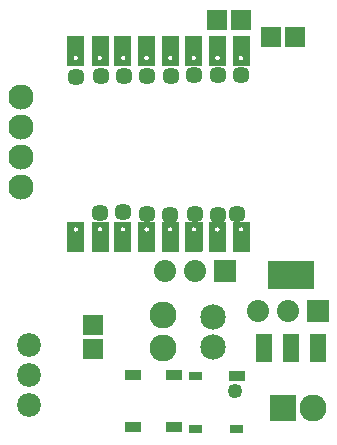
<source format=gts>
G04 MADE WITH FRITZING*
G04 WWW.FRITZING.ORG*
G04 DOUBLE SIDED*
G04 HOLES PLATED*
G04 CONTOUR ON CENTER OF CONTOUR VECTOR*
%ASAXBY*%
%FSLAX23Y23*%
%MOIN*%
%OFA0B0*%
%SFA1.0B1.0*%
%ADD10C,0.073622*%
%ADD11C,0.090000*%
%ADD12C,0.057244*%
%ADD13C,0.049370*%
%ADD14C,0.085000*%
%ADD15C,0.083889*%
%ADD16C,0.079444*%
%ADD17R,0.073622X0.073622*%
%ADD18R,0.053307X0.037559*%
%ADD19R,0.065118X0.069055*%
%ADD20R,0.069055X0.065118*%
%ADD21R,0.058000X0.098000*%
%ADD22R,0.151732X0.096614*%
%ADD23R,0.090000X0.090000*%
%ADD24C,0.030000*%
%ADD25C,0.010000*%
%ADD26R,0.001000X0.001000*%
%LNMASK1*%
G90*
G70*
G54D10*
X838Y555D03*
X738Y555D03*
X638Y555D03*
X1149Y424D03*
X1049Y424D03*
X949Y424D03*
G54D11*
X632Y300D03*
X632Y410D03*
X632Y300D03*
X632Y410D03*
G54D12*
X426Y1208D03*
G54D13*
X874Y155D03*
G54D12*
X424Y751D03*
X500Y752D03*
X579Y748D03*
X656Y743D03*
X880Y746D03*
X738Y746D03*
X816Y743D03*
X341Y1204D03*
X578Y1207D03*
X660Y1206D03*
X735Y1209D03*
X816Y1209D03*
X894Y1210D03*
X501Y1206D03*
G54D14*
X799Y304D03*
X799Y404D03*
G54D15*
X158Y835D03*
X158Y935D03*
X158Y1035D03*
X158Y1135D03*
X158Y835D03*
X158Y935D03*
X158Y1035D03*
X158Y1135D03*
G54D11*
X1031Y100D03*
X1131Y100D03*
G54D16*
X186Y109D03*
X186Y209D03*
X186Y309D03*
X186Y109D03*
X186Y209D03*
X186Y309D03*
G54D17*
X838Y555D03*
X1149Y424D03*
G54D18*
X878Y206D03*
X531Y210D03*
X669Y210D03*
X669Y35D03*
X531Y35D03*
G54D19*
X992Y1337D03*
X1073Y1337D03*
G54D20*
X399Y295D03*
X399Y376D03*
G54D19*
X811Y1392D03*
X892Y1392D03*
G54D21*
X968Y300D03*
X1059Y300D03*
X1150Y300D03*
G54D22*
X1059Y544D03*
G54D23*
X1031Y100D03*
G54D24*
G36*
X772Y332D02*
X827Y332D01*
X827Y277D01*
X772Y277D01*
X772Y332D01*
G37*
D02*
G54D25*
G36*
X719Y219D02*
X762Y219D01*
X762Y192D01*
X719Y192D01*
X719Y219D01*
G37*
D02*
G36*
X856Y44D02*
X900Y44D01*
X900Y17D01*
X856Y17D01*
X856Y44D01*
G37*
D02*
G36*
X719Y44D02*
X762Y44D01*
X762Y17D01*
X719Y17D01*
X719Y44D01*
G37*
D02*
G54D26*
X314Y1340D02*
X369Y1340D01*
X395Y1340D02*
X451Y1340D01*
X471Y1340D02*
X527Y1340D01*
X550Y1340D02*
X606Y1340D01*
X629Y1340D02*
X684Y1340D01*
X708Y1340D02*
X763Y1340D01*
X786Y1340D02*
X842Y1340D01*
X865Y1340D02*
X921Y1340D01*
X313Y1339D02*
X370Y1339D01*
X395Y1339D02*
X451Y1339D01*
X471Y1339D02*
X527Y1339D01*
X550Y1339D02*
X606Y1339D01*
X629Y1339D02*
X685Y1339D01*
X707Y1339D02*
X763Y1339D01*
X786Y1339D02*
X842Y1339D01*
X865Y1339D02*
X921Y1339D01*
X313Y1338D02*
X370Y1338D01*
X395Y1338D02*
X451Y1338D01*
X471Y1338D02*
X527Y1338D01*
X550Y1338D02*
X606Y1338D01*
X629Y1338D02*
X685Y1338D01*
X707Y1338D02*
X763Y1338D01*
X786Y1338D02*
X842Y1338D01*
X865Y1338D02*
X921Y1338D01*
X313Y1337D02*
X370Y1337D01*
X395Y1337D02*
X451Y1337D01*
X471Y1337D02*
X527Y1337D01*
X550Y1337D02*
X606Y1337D01*
X629Y1337D02*
X685Y1337D01*
X707Y1337D02*
X763Y1337D01*
X786Y1337D02*
X842Y1337D01*
X865Y1337D02*
X921Y1337D01*
X313Y1336D02*
X370Y1336D01*
X395Y1336D02*
X451Y1336D01*
X471Y1336D02*
X527Y1336D01*
X550Y1336D02*
X606Y1336D01*
X629Y1336D02*
X685Y1336D01*
X707Y1336D02*
X763Y1336D01*
X786Y1336D02*
X842Y1336D01*
X865Y1336D02*
X921Y1336D01*
X313Y1335D02*
X370Y1335D01*
X395Y1335D02*
X451Y1335D01*
X471Y1335D02*
X527Y1335D01*
X550Y1335D02*
X606Y1335D01*
X629Y1335D02*
X685Y1335D01*
X707Y1335D02*
X763Y1335D01*
X786Y1335D02*
X842Y1335D01*
X865Y1335D02*
X921Y1335D01*
X313Y1334D02*
X370Y1334D01*
X395Y1334D02*
X451Y1334D01*
X471Y1334D02*
X527Y1334D01*
X550Y1334D02*
X606Y1334D01*
X629Y1334D02*
X685Y1334D01*
X707Y1334D02*
X763Y1334D01*
X786Y1334D02*
X842Y1334D01*
X865Y1334D02*
X921Y1334D01*
X313Y1333D02*
X370Y1333D01*
X395Y1333D02*
X451Y1333D01*
X471Y1333D02*
X527Y1333D01*
X550Y1333D02*
X606Y1333D01*
X629Y1333D02*
X685Y1333D01*
X707Y1333D02*
X763Y1333D01*
X786Y1333D02*
X842Y1333D01*
X865Y1333D02*
X921Y1333D01*
X313Y1332D02*
X370Y1332D01*
X395Y1332D02*
X451Y1332D01*
X471Y1332D02*
X527Y1332D01*
X550Y1332D02*
X606Y1332D01*
X629Y1332D02*
X685Y1332D01*
X707Y1332D02*
X763Y1332D01*
X786Y1332D02*
X842Y1332D01*
X865Y1332D02*
X921Y1332D01*
X313Y1331D02*
X370Y1331D01*
X395Y1331D02*
X451Y1331D01*
X471Y1331D02*
X527Y1331D01*
X550Y1331D02*
X606Y1331D01*
X629Y1331D02*
X685Y1331D01*
X707Y1331D02*
X763Y1331D01*
X786Y1331D02*
X842Y1331D01*
X865Y1331D02*
X921Y1331D01*
X313Y1330D02*
X370Y1330D01*
X395Y1330D02*
X451Y1330D01*
X471Y1330D02*
X527Y1330D01*
X550Y1330D02*
X606Y1330D01*
X629Y1330D02*
X685Y1330D01*
X707Y1330D02*
X763Y1330D01*
X786Y1330D02*
X842Y1330D01*
X865Y1330D02*
X921Y1330D01*
X313Y1329D02*
X370Y1329D01*
X395Y1329D02*
X451Y1329D01*
X471Y1329D02*
X527Y1329D01*
X550Y1329D02*
X606Y1329D01*
X629Y1329D02*
X685Y1329D01*
X707Y1329D02*
X763Y1329D01*
X786Y1329D02*
X842Y1329D01*
X865Y1329D02*
X921Y1329D01*
X313Y1328D02*
X370Y1328D01*
X395Y1328D02*
X451Y1328D01*
X471Y1328D02*
X527Y1328D01*
X550Y1328D02*
X606Y1328D01*
X629Y1328D02*
X685Y1328D01*
X707Y1328D02*
X763Y1328D01*
X786Y1328D02*
X842Y1328D01*
X865Y1328D02*
X921Y1328D01*
X313Y1327D02*
X370Y1327D01*
X395Y1327D02*
X451Y1327D01*
X471Y1327D02*
X527Y1327D01*
X550Y1327D02*
X606Y1327D01*
X629Y1327D02*
X685Y1327D01*
X707Y1327D02*
X763Y1327D01*
X786Y1327D02*
X842Y1327D01*
X865Y1327D02*
X921Y1327D01*
X313Y1326D02*
X370Y1326D01*
X395Y1326D02*
X451Y1326D01*
X471Y1326D02*
X527Y1326D01*
X550Y1326D02*
X606Y1326D01*
X629Y1326D02*
X685Y1326D01*
X707Y1326D02*
X763Y1326D01*
X786Y1326D02*
X842Y1326D01*
X865Y1326D02*
X921Y1326D01*
X313Y1325D02*
X370Y1325D01*
X395Y1325D02*
X451Y1325D01*
X471Y1325D02*
X527Y1325D01*
X550Y1325D02*
X606Y1325D01*
X629Y1325D02*
X685Y1325D01*
X707Y1325D02*
X763Y1325D01*
X786Y1325D02*
X842Y1325D01*
X865Y1325D02*
X921Y1325D01*
X313Y1324D02*
X370Y1324D01*
X395Y1324D02*
X451Y1324D01*
X471Y1324D02*
X527Y1324D01*
X550Y1324D02*
X606Y1324D01*
X629Y1324D02*
X685Y1324D01*
X707Y1324D02*
X763Y1324D01*
X786Y1324D02*
X842Y1324D01*
X865Y1324D02*
X921Y1324D01*
X313Y1323D02*
X370Y1323D01*
X395Y1323D02*
X451Y1323D01*
X471Y1323D02*
X527Y1323D01*
X550Y1323D02*
X606Y1323D01*
X629Y1323D02*
X685Y1323D01*
X707Y1323D02*
X763Y1323D01*
X786Y1323D02*
X842Y1323D01*
X865Y1323D02*
X921Y1323D01*
X313Y1322D02*
X370Y1322D01*
X395Y1322D02*
X451Y1322D01*
X471Y1322D02*
X527Y1322D01*
X550Y1322D02*
X606Y1322D01*
X629Y1322D02*
X685Y1322D01*
X707Y1322D02*
X763Y1322D01*
X786Y1322D02*
X842Y1322D01*
X865Y1322D02*
X921Y1322D01*
X313Y1321D02*
X370Y1321D01*
X395Y1321D02*
X451Y1321D01*
X471Y1321D02*
X527Y1321D01*
X550Y1321D02*
X606Y1321D01*
X629Y1321D02*
X685Y1321D01*
X707Y1321D02*
X763Y1321D01*
X786Y1321D02*
X842Y1321D01*
X865Y1321D02*
X921Y1321D01*
X313Y1320D02*
X370Y1320D01*
X395Y1320D02*
X451Y1320D01*
X471Y1320D02*
X527Y1320D01*
X550Y1320D02*
X606Y1320D01*
X629Y1320D02*
X685Y1320D01*
X707Y1320D02*
X763Y1320D01*
X786Y1320D02*
X842Y1320D01*
X865Y1320D02*
X921Y1320D01*
X313Y1319D02*
X370Y1319D01*
X395Y1319D02*
X451Y1319D01*
X471Y1319D02*
X527Y1319D01*
X550Y1319D02*
X606Y1319D01*
X629Y1319D02*
X685Y1319D01*
X707Y1319D02*
X763Y1319D01*
X786Y1319D02*
X842Y1319D01*
X865Y1319D02*
X921Y1319D01*
X313Y1318D02*
X370Y1318D01*
X395Y1318D02*
X451Y1318D01*
X471Y1318D02*
X527Y1318D01*
X550Y1318D02*
X606Y1318D01*
X629Y1318D02*
X685Y1318D01*
X707Y1318D02*
X763Y1318D01*
X786Y1318D02*
X842Y1318D01*
X865Y1318D02*
X921Y1318D01*
X313Y1317D02*
X370Y1317D01*
X395Y1317D02*
X451Y1317D01*
X471Y1317D02*
X527Y1317D01*
X550Y1317D02*
X606Y1317D01*
X629Y1317D02*
X685Y1317D01*
X707Y1317D02*
X763Y1317D01*
X786Y1317D02*
X842Y1317D01*
X865Y1317D02*
X921Y1317D01*
X313Y1316D02*
X370Y1316D01*
X395Y1316D02*
X451Y1316D01*
X471Y1316D02*
X527Y1316D01*
X550Y1316D02*
X606Y1316D01*
X629Y1316D02*
X685Y1316D01*
X707Y1316D02*
X763Y1316D01*
X786Y1316D02*
X842Y1316D01*
X865Y1316D02*
X921Y1316D01*
X313Y1315D02*
X370Y1315D01*
X395Y1315D02*
X451Y1315D01*
X471Y1315D02*
X527Y1315D01*
X550Y1315D02*
X606Y1315D01*
X629Y1315D02*
X685Y1315D01*
X707Y1315D02*
X763Y1315D01*
X786Y1315D02*
X842Y1315D01*
X865Y1315D02*
X921Y1315D01*
X313Y1314D02*
X370Y1314D01*
X395Y1314D02*
X451Y1314D01*
X471Y1314D02*
X527Y1314D01*
X550Y1314D02*
X606Y1314D01*
X629Y1314D02*
X685Y1314D01*
X707Y1314D02*
X763Y1314D01*
X786Y1314D02*
X842Y1314D01*
X865Y1314D02*
X921Y1314D01*
X313Y1313D02*
X370Y1313D01*
X395Y1313D02*
X451Y1313D01*
X471Y1313D02*
X527Y1313D01*
X550Y1313D02*
X606Y1313D01*
X629Y1313D02*
X685Y1313D01*
X707Y1313D02*
X763Y1313D01*
X786Y1313D02*
X842Y1313D01*
X865Y1313D02*
X921Y1313D01*
X313Y1312D02*
X370Y1312D01*
X395Y1312D02*
X451Y1312D01*
X471Y1312D02*
X527Y1312D01*
X550Y1312D02*
X606Y1312D01*
X629Y1312D02*
X685Y1312D01*
X707Y1312D02*
X763Y1312D01*
X786Y1312D02*
X842Y1312D01*
X865Y1312D02*
X921Y1312D01*
X313Y1311D02*
X370Y1311D01*
X395Y1311D02*
X451Y1311D01*
X471Y1311D02*
X527Y1311D01*
X550Y1311D02*
X606Y1311D01*
X629Y1311D02*
X685Y1311D01*
X707Y1311D02*
X763Y1311D01*
X786Y1311D02*
X842Y1311D01*
X865Y1311D02*
X921Y1311D01*
X313Y1310D02*
X370Y1310D01*
X395Y1310D02*
X451Y1310D01*
X471Y1310D02*
X527Y1310D01*
X550Y1310D02*
X606Y1310D01*
X629Y1310D02*
X685Y1310D01*
X707Y1310D02*
X763Y1310D01*
X786Y1310D02*
X842Y1310D01*
X865Y1310D02*
X921Y1310D01*
X313Y1309D02*
X370Y1309D01*
X395Y1309D02*
X451Y1309D01*
X471Y1309D02*
X527Y1309D01*
X550Y1309D02*
X606Y1309D01*
X629Y1309D02*
X685Y1309D01*
X707Y1309D02*
X763Y1309D01*
X786Y1309D02*
X842Y1309D01*
X865Y1309D02*
X921Y1309D01*
X313Y1308D02*
X370Y1308D01*
X395Y1308D02*
X451Y1308D01*
X471Y1308D02*
X527Y1308D01*
X550Y1308D02*
X606Y1308D01*
X629Y1308D02*
X685Y1308D01*
X707Y1308D02*
X763Y1308D01*
X786Y1308D02*
X842Y1308D01*
X865Y1308D02*
X921Y1308D01*
X313Y1307D02*
X370Y1307D01*
X395Y1307D02*
X451Y1307D01*
X471Y1307D02*
X527Y1307D01*
X550Y1307D02*
X606Y1307D01*
X629Y1307D02*
X685Y1307D01*
X707Y1307D02*
X763Y1307D01*
X786Y1307D02*
X842Y1307D01*
X865Y1307D02*
X921Y1307D01*
X313Y1306D02*
X370Y1306D01*
X395Y1306D02*
X451Y1306D01*
X471Y1306D02*
X527Y1306D01*
X550Y1306D02*
X606Y1306D01*
X629Y1306D02*
X685Y1306D01*
X707Y1306D02*
X763Y1306D01*
X786Y1306D02*
X842Y1306D01*
X865Y1306D02*
X921Y1306D01*
X313Y1305D02*
X370Y1305D01*
X395Y1305D02*
X451Y1305D01*
X471Y1305D02*
X527Y1305D01*
X550Y1305D02*
X606Y1305D01*
X629Y1305D02*
X685Y1305D01*
X707Y1305D02*
X763Y1305D01*
X786Y1305D02*
X842Y1305D01*
X865Y1305D02*
X921Y1305D01*
X313Y1304D02*
X370Y1304D01*
X395Y1304D02*
X451Y1304D01*
X471Y1304D02*
X527Y1304D01*
X550Y1304D02*
X606Y1304D01*
X629Y1304D02*
X685Y1304D01*
X707Y1304D02*
X763Y1304D01*
X786Y1304D02*
X842Y1304D01*
X865Y1304D02*
X921Y1304D01*
X313Y1303D02*
X370Y1303D01*
X395Y1303D02*
X451Y1303D01*
X471Y1303D02*
X527Y1303D01*
X550Y1303D02*
X606Y1303D01*
X629Y1303D02*
X685Y1303D01*
X707Y1303D02*
X763Y1303D01*
X786Y1303D02*
X842Y1303D01*
X865Y1303D02*
X921Y1303D01*
X313Y1302D02*
X370Y1302D01*
X395Y1302D02*
X451Y1302D01*
X471Y1302D02*
X527Y1302D01*
X550Y1302D02*
X606Y1302D01*
X629Y1302D02*
X685Y1302D01*
X707Y1302D02*
X763Y1302D01*
X786Y1302D02*
X842Y1302D01*
X865Y1302D02*
X921Y1302D01*
X313Y1301D02*
X370Y1301D01*
X395Y1301D02*
X451Y1301D01*
X471Y1301D02*
X527Y1301D01*
X550Y1301D02*
X606Y1301D01*
X629Y1301D02*
X685Y1301D01*
X707Y1301D02*
X763Y1301D01*
X786Y1301D02*
X842Y1301D01*
X865Y1301D02*
X921Y1301D01*
X313Y1300D02*
X370Y1300D01*
X395Y1300D02*
X451Y1300D01*
X471Y1300D02*
X527Y1300D01*
X550Y1300D02*
X606Y1300D01*
X629Y1300D02*
X685Y1300D01*
X707Y1300D02*
X763Y1300D01*
X786Y1300D02*
X842Y1300D01*
X865Y1300D02*
X921Y1300D01*
X313Y1299D02*
X370Y1299D01*
X395Y1299D02*
X451Y1299D01*
X471Y1299D02*
X527Y1299D01*
X550Y1299D02*
X606Y1299D01*
X629Y1299D02*
X685Y1299D01*
X707Y1299D02*
X763Y1299D01*
X786Y1299D02*
X842Y1299D01*
X865Y1299D02*
X921Y1299D01*
X313Y1298D02*
X370Y1298D01*
X395Y1298D02*
X451Y1298D01*
X471Y1298D02*
X527Y1298D01*
X550Y1298D02*
X606Y1298D01*
X629Y1298D02*
X685Y1298D01*
X707Y1298D02*
X763Y1298D01*
X786Y1298D02*
X842Y1298D01*
X865Y1298D02*
X921Y1298D01*
X313Y1297D02*
X370Y1297D01*
X395Y1297D02*
X451Y1297D01*
X471Y1297D02*
X527Y1297D01*
X550Y1297D02*
X606Y1297D01*
X629Y1297D02*
X685Y1297D01*
X707Y1297D02*
X763Y1297D01*
X786Y1297D02*
X842Y1297D01*
X865Y1297D02*
X921Y1297D01*
X313Y1296D02*
X370Y1296D01*
X395Y1296D02*
X451Y1296D01*
X471Y1296D02*
X527Y1296D01*
X550Y1296D02*
X606Y1296D01*
X629Y1296D02*
X685Y1296D01*
X707Y1296D02*
X763Y1296D01*
X786Y1296D02*
X842Y1296D01*
X865Y1296D02*
X921Y1296D01*
X313Y1295D02*
X370Y1295D01*
X395Y1295D02*
X451Y1295D01*
X471Y1295D02*
X527Y1295D01*
X550Y1295D02*
X606Y1295D01*
X629Y1295D02*
X685Y1295D01*
X707Y1295D02*
X763Y1295D01*
X786Y1295D02*
X842Y1295D01*
X865Y1295D02*
X921Y1295D01*
X313Y1294D02*
X370Y1294D01*
X395Y1294D02*
X451Y1294D01*
X471Y1294D02*
X527Y1294D01*
X550Y1294D02*
X606Y1294D01*
X629Y1294D02*
X685Y1294D01*
X707Y1294D02*
X763Y1294D01*
X786Y1294D02*
X842Y1294D01*
X865Y1294D02*
X921Y1294D01*
X313Y1293D02*
X370Y1293D01*
X395Y1293D02*
X451Y1293D01*
X471Y1293D02*
X527Y1293D01*
X550Y1293D02*
X606Y1293D01*
X629Y1293D02*
X685Y1293D01*
X707Y1293D02*
X763Y1293D01*
X786Y1293D02*
X842Y1293D01*
X865Y1293D02*
X921Y1293D01*
X313Y1292D02*
X370Y1292D01*
X395Y1292D02*
X451Y1292D01*
X471Y1292D02*
X527Y1292D01*
X550Y1292D02*
X606Y1292D01*
X629Y1292D02*
X685Y1292D01*
X707Y1292D02*
X763Y1292D01*
X786Y1292D02*
X842Y1292D01*
X865Y1292D02*
X921Y1292D01*
X313Y1291D02*
X370Y1291D01*
X395Y1291D02*
X451Y1291D01*
X471Y1291D02*
X527Y1291D01*
X550Y1291D02*
X606Y1291D01*
X629Y1291D02*
X685Y1291D01*
X707Y1291D02*
X763Y1291D01*
X786Y1291D02*
X842Y1291D01*
X865Y1291D02*
X921Y1291D01*
X313Y1290D02*
X370Y1290D01*
X395Y1290D02*
X451Y1290D01*
X471Y1290D02*
X527Y1290D01*
X550Y1290D02*
X606Y1290D01*
X629Y1290D02*
X685Y1290D01*
X707Y1290D02*
X763Y1290D01*
X786Y1290D02*
X842Y1290D01*
X865Y1290D02*
X921Y1290D01*
X313Y1289D02*
X370Y1289D01*
X395Y1289D02*
X451Y1289D01*
X471Y1289D02*
X527Y1289D01*
X550Y1289D02*
X606Y1289D01*
X629Y1289D02*
X685Y1289D01*
X707Y1289D02*
X763Y1289D01*
X786Y1289D02*
X842Y1289D01*
X865Y1289D02*
X921Y1289D01*
X313Y1288D02*
X370Y1288D01*
X395Y1288D02*
X451Y1288D01*
X471Y1288D02*
X527Y1288D01*
X550Y1288D02*
X606Y1288D01*
X629Y1288D02*
X685Y1288D01*
X707Y1288D02*
X763Y1288D01*
X786Y1288D02*
X842Y1288D01*
X865Y1288D02*
X921Y1288D01*
X313Y1287D02*
X370Y1287D01*
X395Y1287D02*
X451Y1287D01*
X471Y1287D02*
X527Y1287D01*
X550Y1287D02*
X606Y1287D01*
X629Y1287D02*
X685Y1287D01*
X707Y1287D02*
X763Y1287D01*
X786Y1287D02*
X842Y1287D01*
X865Y1287D02*
X921Y1287D01*
X313Y1286D02*
X370Y1286D01*
X395Y1286D02*
X451Y1286D01*
X471Y1286D02*
X527Y1286D01*
X550Y1286D02*
X606Y1286D01*
X629Y1286D02*
X685Y1286D01*
X707Y1286D02*
X763Y1286D01*
X786Y1286D02*
X842Y1286D01*
X865Y1286D02*
X921Y1286D01*
X313Y1285D02*
X370Y1285D01*
X395Y1285D02*
X451Y1285D01*
X471Y1285D02*
X527Y1285D01*
X550Y1285D02*
X606Y1285D01*
X629Y1285D02*
X685Y1285D01*
X707Y1285D02*
X763Y1285D01*
X786Y1285D02*
X842Y1285D01*
X865Y1285D02*
X921Y1285D01*
X313Y1284D02*
X370Y1284D01*
X395Y1284D02*
X451Y1284D01*
X471Y1284D02*
X527Y1284D01*
X550Y1284D02*
X606Y1284D01*
X629Y1284D02*
X685Y1284D01*
X707Y1284D02*
X763Y1284D01*
X786Y1284D02*
X842Y1284D01*
X865Y1284D02*
X921Y1284D01*
X313Y1283D02*
X370Y1283D01*
X395Y1283D02*
X451Y1283D01*
X471Y1283D02*
X527Y1283D01*
X550Y1283D02*
X606Y1283D01*
X629Y1283D02*
X685Y1283D01*
X707Y1283D02*
X763Y1283D01*
X786Y1283D02*
X842Y1283D01*
X865Y1283D02*
X921Y1283D01*
X313Y1282D02*
X370Y1282D01*
X395Y1282D02*
X451Y1282D01*
X471Y1282D02*
X527Y1282D01*
X550Y1282D02*
X606Y1282D01*
X629Y1282D02*
X685Y1282D01*
X707Y1282D02*
X763Y1282D01*
X786Y1282D02*
X842Y1282D01*
X865Y1282D02*
X921Y1282D01*
X313Y1281D02*
X370Y1281D01*
X395Y1281D02*
X451Y1281D01*
X471Y1281D02*
X527Y1281D01*
X550Y1281D02*
X606Y1281D01*
X629Y1281D02*
X685Y1281D01*
X707Y1281D02*
X763Y1281D01*
X786Y1281D02*
X842Y1281D01*
X865Y1281D02*
X921Y1281D01*
X313Y1280D02*
X370Y1280D01*
X395Y1280D02*
X451Y1280D01*
X471Y1280D02*
X527Y1280D01*
X550Y1280D02*
X606Y1280D01*
X629Y1280D02*
X685Y1280D01*
X707Y1280D02*
X763Y1280D01*
X786Y1280D02*
X842Y1280D01*
X865Y1280D02*
X921Y1280D01*
X313Y1279D02*
X370Y1279D01*
X395Y1279D02*
X451Y1279D01*
X471Y1279D02*
X527Y1279D01*
X550Y1279D02*
X606Y1279D01*
X629Y1279D02*
X685Y1279D01*
X707Y1279D02*
X763Y1279D01*
X786Y1279D02*
X842Y1279D01*
X865Y1279D02*
X921Y1279D01*
X313Y1278D02*
X370Y1278D01*
X395Y1278D02*
X451Y1278D01*
X471Y1278D02*
X527Y1278D01*
X550Y1278D02*
X606Y1278D01*
X629Y1278D02*
X685Y1278D01*
X707Y1278D02*
X763Y1278D01*
X786Y1278D02*
X842Y1278D01*
X865Y1278D02*
X921Y1278D01*
X313Y1277D02*
X370Y1277D01*
X395Y1277D02*
X451Y1277D01*
X471Y1277D02*
X527Y1277D01*
X550Y1277D02*
X606Y1277D01*
X629Y1277D02*
X685Y1277D01*
X707Y1277D02*
X763Y1277D01*
X786Y1277D02*
X842Y1277D01*
X865Y1277D02*
X921Y1277D01*
X313Y1276D02*
X370Y1276D01*
X395Y1276D02*
X451Y1276D01*
X471Y1276D02*
X527Y1276D01*
X550Y1276D02*
X606Y1276D01*
X629Y1276D02*
X685Y1276D01*
X707Y1276D02*
X763Y1276D01*
X786Y1276D02*
X842Y1276D01*
X865Y1276D02*
X921Y1276D01*
X313Y1275D02*
X370Y1275D01*
X395Y1275D02*
X451Y1275D01*
X471Y1275D02*
X527Y1275D01*
X550Y1275D02*
X606Y1275D01*
X629Y1275D02*
X685Y1275D01*
X707Y1275D02*
X763Y1275D01*
X786Y1275D02*
X842Y1275D01*
X865Y1275D02*
X921Y1275D01*
X313Y1274D02*
X370Y1274D01*
X395Y1274D02*
X421Y1274D01*
X424Y1274D02*
X451Y1274D01*
X471Y1274D02*
X497Y1274D01*
X501Y1274D02*
X527Y1274D01*
X550Y1274D02*
X577Y1274D01*
X579Y1274D02*
X606Y1274D01*
X629Y1274D02*
X685Y1274D01*
X707Y1274D02*
X763Y1274D01*
X786Y1274D02*
X812Y1274D01*
X816Y1274D02*
X842Y1274D01*
X865Y1274D02*
X891Y1274D01*
X895Y1274D02*
X921Y1274D01*
X313Y1273D02*
X337Y1273D01*
X346Y1273D02*
X370Y1273D01*
X395Y1273D02*
X418Y1273D01*
X427Y1273D02*
X451Y1273D01*
X471Y1273D02*
X495Y1273D01*
X504Y1273D02*
X527Y1273D01*
X550Y1273D02*
X574Y1273D01*
X582Y1273D02*
X606Y1273D01*
X629Y1273D02*
X652Y1273D01*
X661Y1273D02*
X685Y1273D01*
X707Y1273D02*
X731Y1273D01*
X740Y1273D02*
X763Y1273D01*
X786Y1273D02*
X810Y1273D01*
X818Y1273D02*
X842Y1273D01*
X865Y1273D02*
X889Y1273D01*
X897Y1273D02*
X921Y1273D01*
X313Y1272D02*
X336Y1272D01*
X347Y1272D02*
X370Y1272D01*
X395Y1272D02*
X417Y1272D01*
X428Y1272D02*
X451Y1272D01*
X471Y1272D02*
X494Y1272D01*
X505Y1272D02*
X527Y1272D01*
X550Y1272D02*
X572Y1272D01*
X583Y1272D02*
X606Y1272D01*
X629Y1272D02*
X651Y1272D01*
X662Y1272D02*
X685Y1272D01*
X707Y1272D02*
X730Y1272D01*
X741Y1272D02*
X763Y1272D01*
X786Y1272D02*
X809Y1272D01*
X820Y1272D02*
X842Y1272D01*
X865Y1272D02*
X887Y1272D01*
X898Y1272D02*
X921Y1272D01*
X313Y1271D02*
X335Y1271D01*
X348Y1271D02*
X370Y1271D01*
X395Y1271D02*
X416Y1271D01*
X429Y1271D02*
X451Y1271D01*
X471Y1271D02*
X493Y1271D01*
X506Y1271D02*
X527Y1271D01*
X550Y1271D02*
X571Y1271D01*
X584Y1271D02*
X606Y1271D01*
X629Y1271D02*
X650Y1271D01*
X663Y1271D02*
X685Y1271D01*
X707Y1271D02*
X729Y1271D01*
X742Y1271D02*
X763Y1271D01*
X786Y1271D02*
X808Y1271D01*
X820Y1271D02*
X842Y1271D01*
X865Y1271D02*
X887Y1271D01*
X899Y1271D02*
X921Y1271D01*
X313Y1270D02*
X335Y1270D01*
X349Y1270D02*
X370Y1270D01*
X395Y1270D02*
X416Y1270D01*
X430Y1270D02*
X451Y1270D01*
X471Y1270D02*
X492Y1270D01*
X506Y1270D02*
X527Y1270D01*
X550Y1270D02*
X571Y1270D01*
X585Y1270D02*
X606Y1270D01*
X629Y1270D02*
X650Y1270D01*
X664Y1270D02*
X685Y1270D01*
X707Y1270D02*
X728Y1270D01*
X742Y1270D02*
X763Y1270D01*
X786Y1270D02*
X807Y1270D01*
X821Y1270D02*
X842Y1270D01*
X865Y1270D02*
X886Y1270D01*
X900Y1270D02*
X921Y1270D01*
X313Y1269D02*
X334Y1269D01*
X349Y1269D02*
X370Y1269D01*
X395Y1269D02*
X415Y1269D01*
X430Y1269D02*
X451Y1269D01*
X471Y1269D02*
X492Y1269D01*
X507Y1269D02*
X527Y1269D01*
X550Y1269D02*
X570Y1269D01*
X585Y1269D02*
X606Y1269D01*
X629Y1269D02*
X649Y1269D01*
X664Y1269D02*
X685Y1269D01*
X707Y1269D02*
X728Y1269D01*
X743Y1269D02*
X763Y1269D01*
X786Y1269D02*
X807Y1269D01*
X821Y1269D02*
X842Y1269D01*
X865Y1269D02*
X886Y1269D01*
X900Y1269D02*
X921Y1269D01*
X313Y1268D02*
X334Y1268D01*
X349Y1268D02*
X370Y1268D01*
X395Y1268D02*
X415Y1268D01*
X430Y1268D02*
X451Y1268D01*
X471Y1268D02*
X492Y1268D01*
X507Y1268D02*
X527Y1268D01*
X550Y1268D02*
X570Y1268D01*
X585Y1268D02*
X606Y1268D01*
X629Y1268D02*
X649Y1268D01*
X664Y1268D02*
X685Y1268D01*
X707Y1268D02*
X728Y1268D01*
X743Y1268D02*
X763Y1268D01*
X786Y1268D02*
X806Y1268D01*
X822Y1268D02*
X842Y1268D01*
X865Y1268D02*
X885Y1268D01*
X901Y1268D02*
X921Y1268D01*
X313Y1267D02*
X334Y1267D01*
X349Y1267D02*
X370Y1267D01*
X395Y1267D02*
X415Y1267D01*
X430Y1267D02*
X451Y1267D01*
X471Y1267D02*
X492Y1267D01*
X507Y1267D02*
X527Y1267D01*
X550Y1267D02*
X570Y1267D01*
X585Y1267D02*
X606Y1267D01*
X629Y1267D02*
X649Y1267D01*
X664Y1267D02*
X685Y1267D01*
X707Y1267D02*
X728Y1267D01*
X743Y1267D02*
X763Y1267D01*
X786Y1267D02*
X806Y1267D01*
X822Y1267D02*
X842Y1267D01*
X865Y1267D02*
X885Y1267D01*
X901Y1267D02*
X921Y1267D01*
X313Y1266D02*
X334Y1266D01*
X349Y1266D02*
X370Y1266D01*
X395Y1266D02*
X415Y1266D01*
X430Y1266D02*
X451Y1266D01*
X471Y1266D02*
X492Y1266D01*
X507Y1266D02*
X527Y1266D01*
X550Y1266D02*
X570Y1266D01*
X585Y1266D02*
X606Y1266D01*
X629Y1266D02*
X649Y1266D01*
X664Y1266D02*
X685Y1266D01*
X707Y1266D02*
X728Y1266D01*
X743Y1266D02*
X763Y1266D01*
X786Y1266D02*
X806Y1266D01*
X822Y1266D02*
X842Y1266D01*
X865Y1266D02*
X885Y1266D01*
X901Y1266D02*
X921Y1266D01*
X313Y1265D02*
X334Y1265D01*
X349Y1265D02*
X370Y1265D01*
X395Y1265D02*
X415Y1265D01*
X430Y1265D02*
X451Y1265D01*
X471Y1265D02*
X492Y1265D01*
X507Y1265D02*
X527Y1265D01*
X550Y1265D02*
X570Y1265D01*
X585Y1265D02*
X606Y1265D01*
X629Y1265D02*
X649Y1265D01*
X664Y1265D02*
X685Y1265D01*
X707Y1265D02*
X728Y1265D01*
X743Y1265D02*
X763Y1265D01*
X786Y1265D02*
X807Y1265D01*
X822Y1265D02*
X842Y1265D01*
X865Y1265D02*
X885Y1265D01*
X900Y1265D02*
X921Y1265D01*
X313Y1264D02*
X335Y1264D01*
X349Y1264D02*
X370Y1264D01*
X395Y1264D02*
X416Y1264D01*
X430Y1264D02*
X451Y1264D01*
X471Y1264D02*
X492Y1264D01*
X506Y1264D02*
X527Y1264D01*
X550Y1264D02*
X571Y1264D01*
X585Y1264D02*
X606Y1264D01*
X629Y1264D02*
X650Y1264D01*
X664Y1264D02*
X685Y1264D01*
X707Y1264D02*
X728Y1264D01*
X742Y1264D02*
X763Y1264D01*
X786Y1264D02*
X807Y1264D01*
X821Y1264D02*
X842Y1264D01*
X865Y1264D02*
X886Y1264D01*
X900Y1264D02*
X921Y1264D01*
X313Y1263D02*
X335Y1263D01*
X348Y1263D02*
X370Y1263D01*
X395Y1263D02*
X416Y1263D01*
X429Y1263D02*
X451Y1263D01*
X471Y1263D02*
X493Y1263D01*
X506Y1263D02*
X527Y1263D01*
X550Y1263D02*
X571Y1263D01*
X584Y1263D02*
X606Y1263D01*
X629Y1263D02*
X650Y1263D01*
X663Y1263D02*
X685Y1263D01*
X707Y1263D02*
X729Y1263D01*
X742Y1263D02*
X763Y1263D01*
X786Y1263D02*
X808Y1263D01*
X821Y1263D02*
X842Y1263D01*
X865Y1263D02*
X886Y1263D01*
X899Y1263D02*
X921Y1263D01*
X313Y1262D02*
X336Y1262D01*
X347Y1262D02*
X370Y1262D01*
X395Y1262D02*
X417Y1262D01*
X428Y1262D02*
X451Y1262D01*
X471Y1262D02*
X494Y1262D01*
X505Y1262D02*
X527Y1262D01*
X550Y1262D02*
X572Y1262D01*
X584Y1262D02*
X606Y1262D01*
X629Y1262D02*
X651Y1262D01*
X662Y1262D02*
X685Y1262D01*
X707Y1262D02*
X730Y1262D01*
X741Y1262D02*
X763Y1262D01*
X786Y1262D02*
X808Y1262D01*
X820Y1262D02*
X842Y1262D01*
X865Y1262D02*
X887Y1262D01*
X899Y1262D02*
X921Y1262D01*
X313Y1261D02*
X337Y1261D01*
X346Y1261D02*
X370Y1261D01*
X395Y1261D02*
X418Y1261D01*
X427Y1261D02*
X451Y1261D01*
X471Y1261D02*
X495Y1261D01*
X504Y1261D02*
X527Y1261D01*
X550Y1261D02*
X573Y1261D01*
X582Y1261D02*
X606Y1261D01*
X629Y1261D02*
X652Y1261D01*
X661Y1261D02*
X685Y1261D01*
X707Y1261D02*
X731Y1261D01*
X740Y1261D02*
X763Y1261D01*
X786Y1261D02*
X810Y1261D01*
X819Y1261D02*
X842Y1261D01*
X865Y1261D02*
X888Y1261D01*
X897Y1261D02*
X921Y1261D01*
X313Y1260D02*
X339Y1260D01*
X344Y1260D02*
X370Y1260D01*
X395Y1260D02*
X420Y1260D01*
X425Y1260D02*
X451Y1260D01*
X471Y1260D02*
X497Y1260D01*
X501Y1260D02*
X527Y1260D01*
X550Y1260D02*
X575Y1260D01*
X580Y1260D02*
X606Y1260D01*
X629Y1260D02*
X654Y1260D01*
X659Y1260D02*
X685Y1260D01*
X707Y1260D02*
X733Y1260D01*
X738Y1260D02*
X763Y1260D01*
X786Y1260D02*
X812Y1260D01*
X816Y1260D02*
X842Y1260D01*
X865Y1260D02*
X891Y1260D01*
X895Y1260D02*
X921Y1260D01*
X313Y1259D02*
X370Y1259D01*
X395Y1259D02*
X451Y1259D01*
X471Y1259D02*
X527Y1259D01*
X550Y1259D02*
X606Y1259D01*
X629Y1259D02*
X685Y1259D01*
X707Y1259D02*
X763Y1259D01*
X786Y1259D02*
X842Y1259D01*
X865Y1259D02*
X921Y1259D01*
X313Y1258D02*
X370Y1258D01*
X395Y1258D02*
X451Y1258D01*
X471Y1258D02*
X527Y1258D01*
X550Y1258D02*
X606Y1258D01*
X629Y1258D02*
X685Y1258D01*
X707Y1258D02*
X763Y1258D01*
X786Y1258D02*
X842Y1258D01*
X865Y1258D02*
X921Y1258D01*
X313Y1257D02*
X370Y1257D01*
X395Y1257D02*
X451Y1257D01*
X471Y1257D02*
X527Y1257D01*
X550Y1257D02*
X606Y1257D01*
X629Y1257D02*
X685Y1257D01*
X707Y1257D02*
X763Y1257D01*
X786Y1257D02*
X842Y1257D01*
X865Y1257D02*
X921Y1257D01*
X313Y1256D02*
X370Y1256D01*
X395Y1256D02*
X451Y1256D01*
X471Y1256D02*
X527Y1256D01*
X550Y1256D02*
X606Y1256D01*
X629Y1256D02*
X685Y1256D01*
X707Y1256D02*
X763Y1256D01*
X786Y1256D02*
X842Y1256D01*
X865Y1256D02*
X921Y1256D01*
X313Y1255D02*
X370Y1255D01*
X395Y1255D02*
X451Y1255D01*
X471Y1255D02*
X527Y1255D01*
X550Y1255D02*
X606Y1255D01*
X629Y1255D02*
X685Y1255D01*
X707Y1255D02*
X763Y1255D01*
X786Y1255D02*
X842Y1255D01*
X865Y1255D02*
X921Y1255D01*
X313Y1254D02*
X370Y1254D01*
X395Y1254D02*
X451Y1254D01*
X471Y1254D02*
X527Y1254D01*
X550Y1254D02*
X606Y1254D01*
X629Y1254D02*
X685Y1254D01*
X707Y1254D02*
X763Y1254D01*
X786Y1254D02*
X842Y1254D01*
X865Y1254D02*
X921Y1254D01*
X313Y1253D02*
X370Y1253D01*
X395Y1253D02*
X451Y1253D01*
X471Y1253D02*
X527Y1253D01*
X550Y1253D02*
X606Y1253D01*
X629Y1253D02*
X685Y1253D01*
X707Y1253D02*
X763Y1253D01*
X786Y1253D02*
X842Y1253D01*
X865Y1253D02*
X921Y1253D01*
X313Y1252D02*
X370Y1252D01*
X395Y1252D02*
X451Y1252D01*
X471Y1252D02*
X527Y1252D01*
X550Y1252D02*
X606Y1252D01*
X629Y1252D02*
X685Y1252D01*
X707Y1252D02*
X763Y1252D01*
X786Y1252D02*
X842Y1252D01*
X865Y1252D02*
X921Y1252D01*
X313Y1251D02*
X370Y1251D01*
X395Y1251D02*
X451Y1251D01*
X471Y1251D02*
X527Y1251D01*
X550Y1251D02*
X606Y1251D01*
X629Y1251D02*
X685Y1251D01*
X707Y1251D02*
X763Y1251D01*
X786Y1251D02*
X842Y1251D01*
X865Y1251D02*
X921Y1251D01*
X313Y1250D02*
X370Y1250D01*
X395Y1250D02*
X451Y1250D01*
X471Y1250D02*
X527Y1250D01*
X550Y1250D02*
X606Y1250D01*
X629Y1250D02*
X685Y1250D01*
X707Y1250D02*
X763Y1250D01*
X786Y1250D02*
X842Y1250D01*
X865Y1250D02*
X921Y1250D01*
X313Y1249D02*
X370Y1249D01*
X395Y1249D02*
X451Y1249D01*
X471Y1249D02*
X527Y1249D01*
X550Y1249D02*
X606Y1249D01*
X629Y1249D02*
X685Y1249D01*
X707Y1249D02*
X763Y1249D01*
X786Y1249D02*
X842Y1249D01*
X865Y1249D02*
X921Y1249D01*
X313Y1248D02*
X370Y1248D01*
X395Y1248D02*
X451Y1248D01*
X471Y1248D02*
X527Y1248D01*
X550Y1248D02*
X606Y1248D01*
X629Y1248D02*
X685Y1248D01*
X707Y1248D02*
X763Y1248D01*
X786Y1248D02*
X842Y1248D01*
X865Y1248D02*
X921Y1248D01*
X313Y1247D02*
X370Y1247D01*
X395Y1247D02*
X451Y1247D01*
X471Y1247D02*
X527Y1247D01*
X550Y1247D02*
X606Y1247D01*
X629Y1247D02*
X685Y1247D01*
X707Y1247D02*
X763Y1247D01*
X786Y1247D02*
X842Y1247D01*
X865Y1247D02*
X921Y1247D01*
X313Y1246D02*
X370Y1246D01*
X395Y1246D02*
X451Y1246D01*
X471Y1246D02*
X527Y1246D01*
X550Y1246D02*
X606Y1246D01*
X629Y1246D02*
X685Y1246D01*
X707Y1246D02*
X763Y1246D01*
X786Y1246D02*
X842Y1246D01*
X865Y1246D02*
X921Y1246D01*
X313Y1245D02*
X370Y1245D01*
X395Y1245D02*
X451Y1245D01*
X471Y1245D02*
X527Y1245D01*
X550Y1245D02*
X606Y1245D01*
X629Y1245D02*
X685Y1245D01*
X707Y1245D02*
X763Y1245D01*
X786Y1245D02*
X842Y1245D01*
X865Y1245D02*
X921Y1245D01*
X313Y1244D02*
X370Y1244D01*
X395Y1244D02*
X451Y1244D01*
X471Y1244D02*
X527Y1244D01*
X550Y1244D02*
X606Y1244D01*
X629Y1244D02*
X685Y1244D01*
X707Y1244D02*
X763Y1244D01*
X786Y1244D02*
X842Y1244D01*
X865Y1244D02*
X921Y1244D01*
X313Y1243D02*
X370Y1243D01*
X395Y1243D02*
X451Y1243D01*
X471Y1243D02*
X527Y1243D01*
X550Y1243D02*
X606Y1243D01*
X629Y1243D02*
X685Y1243D01*
X707Y1243D02*
X763Y1243D01*
X786Y1243D02*
X842Y1243D01*
X865Y1243D02*
X921Y1243D01*
X314Y1242D02*
X370Y1242D01*
X395Y1242D02*
X451Y1242D01*
X471Y1242D02*
X527Y1242D01*
X550Y1242D02*
X606Y1242D01*
X629Y1242D02*
X685Y1242D01*
X707Y1242D02*
X763Y1242D01*
X786Y1242D02*
X842Y1242D01*
X865Y1242D02*
X921Y1242D01*
X314Y720D02*
X370Y720D01*
X395Y720D02*
X451Y720D01*
X471Y720D02*
X527Y720D01*
X550Y720D02*
X606Y720D01*
X629Y720D02*
X685Y720D01*
X707Y720D02*
X763Y720D01*
X786Y720D02*
X842Y720D01*
X865Y720D02*
X921Y720D01*
X314Y719D02*
X370Y719D01*
X395Y719D02*
X451Y719D01*
X471Y719D02*
X527Y719D01*
X550Y719D02*
X606Y719D01*
X629Y719D02*
X685Y719D01*
X707Y719D02*
X764Y719D01*
X786Y719D02*
X842Y719D01*
X865Y719D02*
X921Y719D01*
X314Y718D02*
X370Y718D01*
X395Y718D02*
X451Y718D01*
X471Y718D02*
X527Y718D01*
X550Y718D02*
X606Y718D01*
X629Y718D02*
X685Y718D01*
X707Y718D02*
X764Y718D01*
X786Y718D02*
X842Y718D01*
X865Y718D02*
X921Y718D01*
X314Y717D02*
X370Y717D01*
X395Y717D02*
X451Y717D01*
X471Y717D02*
X527Y717D01*
X550Y717D02*
X606Y717D01*
X629Y717D02*
X685Y717D01*
X707Y717D02*
X764Y717D01*
X786Y717D02*
X842Y717D01*
X865Y717D02*
X921Y717D01*
X314Y716D02*
X370Y716D01*
X395Y716D02*
X451Y716D01*
X471Y716D02*
X527Y716D01*
X550Y716D02*
X606Y716D01*
X629Y716D02*
X685Y716D01*
X707Y716D02*
X764Y716D01*
X786Y716D02*
X842Y716D01*
X865Y716D02*
X921Y716D01*
X314Y715D02*
X370Y715D01*
X395Y715D02*
X451Y715D01*
X471Y715D02*
X527Y715D01*
X550Y715D02*
X606Y715D01*
X629Y715D02*
X685Y715D01*
X707Y715D02*
X764Y715D01*
X786Y715D02*
X842Y715D01*
X865Y715D02*
X921Y715D01*
X314Y714D02*
X370Y714D01*
X395Y714D02*
X451Y714D01*
X471Y714D02*
X527Y714D01*
X550Y714D02*
X606Y714D01*
X629Y714D02*
X685Y714D01*
X707Y714D02*
X764Y714D01*
X786Y714D02*
X842Y714D01*
X865Y714D02*
X921Y714D01*
X314Y713D02*
X370Y713D01*
X395Y713D02*
X451Y713D01*
X471Y713D02*
X527Y713D01*
X550Y713D02*
X606Y713D01*
X629Y713D02*
X685Y713D01*
X707Y713D02*
X764Y713D01*
X786Y713D02*
X842Y713D01*
X865Y713D02*
X921Y713D01*
X314Y712D02*
X370Y712D01*
X395Y712D02*
X451Y712D01*
X471Y712D02*
X527Y712D01*
X550Y712D02*
X606Y712D01*
X629Y712D02*
X685Y712D01*
X707Y712D02*
X764Y712D01*
X786Y712D02*
X842Y712D01*
X865Y712D02*
X921Y712D01*
X314Y711D02*
X370Y711D01*
X395Y711D02*
X451Y711D01*
X471Y711D02*
X527Y711D01*
X550Y711D02*
X606Y711D01*
X629Y711D02*
X685Y711D01*
X707Y711D02*
X764Y711D01*
X786Y711D02*
X842Y711D01*
X865Y711D02*
X921Y711D01*
X314Y710D02*
X370Y710D01*
X395Y710D02*
X451Y710D01*
X471Y710D02*
X527Y710D01*
X550Y710D02*
X606Y710D01*
X629Y710D02*
X685Y710D01*
X707Y710D02*
X764Y710D01*
X786Y710D02*
X842Y710D01*
X865Y710D02*
X921Y710D01*
X314Y709D02*
X370Y709D01*
X395Y709D02*
X451Y709D01*
X471Y709D02*
X527Y709D01*
X550Y709D02*
X606Y709D01*
X629Y709D02*
X685Y709D01*
X707Y709D02*
X764Y709D01*
X786Y709D02*
X842Y709D01*
X865Y709D02*
X921Y709D01*
X314Y708D02*
X370Y708D01*
X395Y708D02*
X451Y708D01*
X471Y708D02*
X527Y708D01*
X550Y708D02*
X606Y708D01*
X629Y708D02*
X685Y708D01*
X707Y708D02*
X764Y708D01*
X786Y708D02*
X842Y708D01*
X865Y708D02*
X921Y708D01*
X314Y707D02*
X370Y707D01*
X395Y707D02*
X451Y707D01*
X471Y707D02*
X527Y707D01*
X550Y707D02*
X606Y707D01*
X629Y707D02*
X685Y707D01*
X707Y707D02*
X764Y707D01*
X786Y707D02*
X842Y707D01*
X865Y707D02*
X921Y707D01*
X314Y706D02*
X370Y706D01*
X395Y706D02*
X451Y706D01*
X471Y706D02*
X527Y706D01*
X550Y706D02*
X606Y706D01*
X629Y706D02*
X685Y706D01*
X707Y706D02*
X764Y706D01*
X786Y706D02*
X842Y706D01*
X865Y706D02*
X921Y706D01*
X314Y705D02*
X370Y705D01*
X395Y705D02*
X451Y705D01*
X471Y705D02*
X527Y705D01*
X550Y705D02*
X606Y705D01*
X629Y705D02*
X685Y705D01*
X707Y705D02*
X764Y705D01*
X786Y705D02*
X842Y705D01*
X865Y705D02*
X921Y705D01*
X314Y704D02*
X370Y704D01*
X395Y704D02*
X451Y704D01*
X471Y704D02*
X527Y704D01*
X550Y704D02*
X606Y704D01*
X629Y704D02*
X685Y704D01*
X707Y704D02*
X764Y704D01*
X786Y704D02*
X842Y704D01*
X865Y704D02*
X921Y704D01*
X314Y703D02*
X370Y703D01*
X395Y703D02*
X451Y703D01*
X471Y703D02*
X527Y703D01*
X550Y703D02*
X606Y703D01*
X629Y703D02*
X685Y703D01*
X707Y703D02*
X764Y703D01*
X786Y703D02*
X842Y703D01*
X865Y703D02*
X921Y703D01*
X314Y702D02*
X339Y702D01*
X344Y702D02*
X370Y702D01*
X395Y702D02*
X420Y702D01*
X425Y702D02*
X451Y702D01*
X471Y702D02*
X497Y702D01*
X501Y702D02*
X527Y702D01*
X550Y702D02*
X576Y702D01*
X580Y702D02*
X606Y702D01*
X629Y702D02*
X654Y702D01*
X659Y702D02*
X685Y702D01*
X707Y702D02*
X733Y702D01*
X738Y702D02*
X764Y702D01*
X786Y702D02*
X812Y702D01*
X816Y702D02*
X842Y702D01*
X865Y702D02*
X891Y702D01*
X895Y702D02*
X921Y702D01*
X314Y701D02*
X337Y701D01*
X346Y701D02*
X370Y701D01*
X395Y701D02*
X418Y701D01*
X427Y701D02*
X451Y701D01*
X471Y701D02*
X495Y701D01*
X504Y701D02*
X527Y701D01*
X550Y701D02*
X573Y701D01*
X582Y701D02*
X606Y701D01*
X629Y701D02*
X652Y701D01*
X661Y701D02*
X685Y701D01*
X707Y701D02*
X731Y701D01*
X740Y701D02*
X764Y701D01*
X786Y701D02*
X810Y701D01*
X819Y701D02*
X842Y701D01*
X865Y701D02*
X888Y701D01*
X897Y701D02*
X921Y701D01*
X314Y700D02*
X336Y700D01*
X347Y700D02*
X370Y700D01*
X395Y700D02*
X417Y700D01*
X428Y700D02*
X451Y700D01*
X471Y700D02*
X494Y700D01*
X505Y700D02*
X527Y700D01*
X550Y700D02*
X572Y700D01*
X584Y700D02*
X606Y700D01*
X629Y700D02*
X651Y700D01*
X662Y700D02*
X685Y700D01*
X707Y700D02*
X730Y700D01*
X741Y700D02*
X764Y700D01*
X786Y700D02*
X809Y700D01*
X820Y700D02*
X842Y700D01*
X865Y700D02*
X887Y700D01*
X899Y700D02*
X921Y700D01*
X314Y699D02*
X335Y699D01*
X348Y699D02*
X370Y699D01*
X395Y699D02*
X416Y699D01*
X429Y699D02*
X451Y699D01*
X471Y699D02*
X493Y699D01*
X506Y699D02*
X527Y699D01*
X550Y699D02*
X571Y699D01*
X584Y699D02*
X606Y699D01*
X629Y699D02*
X650Y699D01*
X663Y699D02*
X685Y699D01*
X707Y699D02*
X729Y699D01*
X742Y699D02*
X764Y699D01*
X786Y699D02*
X808Y699D01*
X821Y699D02*
X842Y699D01*
X865Y699D02*
X886Y699D01*
X899Y699D02*
X921Y699D01*
X314Y698D02*
X335Y698D01*
X349Y698D02*
X370Y698D01*
X395Y698D02*
X416Y698D01*
X430Y698D02*
X451Y698D01*
X471Y698D02*
X492Y698D01*
X506Y698D02*
X527Y698D01*
X550Y698D02*
X571Y698D01*
X585Y698D02*
X606Y698D01*
X629Y698D02*
X650Y698D01*
X664Y698D02*
X685Y698D01*
X707Y698D02*
X728Y698D01*
X742Y698D02*
X764Y698D01*
X786Y698D02*
X807Y698D01*
X821Y698D02*
X842Y698D01*
X865Y698D02*
X886Y698D01*
X900Y698D02*
X921Y698D01*
X314Y697D02*
X334Y697D01*
X349Y697D02*
X370Y697D01*
X395Y697D02*
X415Y697D01*
X430Y697D02*
X451Y697D01*
X471Y697D02*
X492Y697D01*
X507Y697D02*
X527Y697D01*
X550Y697D02*
X571Y697D01*
X585Y697D02*
X606Y697D01*
X629Y697D02*
X649Y697D01*
X664Y697D02*
X685Y697D01*
X707Y697D02*
X728Y697D01*
X743Y697D02*
X764Y697D01*
X786Y697D02*
X807Y697D01*
X822Y697D02*
X842Y697D01*
X865Y697D02*
X885Y697D01*
X900Y697D02*
X921Y697D01*
X314Y696D02*
X334Y696D01*
X349Y696D02*
X370Y696D01*
X395Y696D02*
X415Y696D01*
X430Y696D02*
X451Y696D01*
X471Y696D02*
X492Y696D01*
X507Y696D02*
X527Y696D01*
X550Y696D02*
X570Y696D01*
X586Y696D02*
X606Y696D01*
X629Y696D02*
X649Y696D01*
X664Y696D02*
X685Y696D01*
X707Y696D02*
X728Y696D01*
X743Y696D02*
X764Y696D01*
X786Y696D02*
X807Y696D01*
X822Y696D02*
X842Y696D01*
X865Y696D02*
X885Y696D01*
X901Y696D02*
X921Y696D01*
X314Y695D02*
X334Y695D01*
X349Y695D02*
X370Y695D01*
X395Y695D02*
X415Y695D01*
X430Y695D02*
X451Y695D01*
X471Y695D02*
X492Y695D01*
X507Y695D02*
X527Y695D01*
X550Y695D02*
X570Y695D01*
X586Y695D02*
X606Y695D01*
X629Y695D02*
X649Y695D01*
X664Y695D02*
X685Y695D01*
X707Y695D02*
X728Y695D01*
X743Y695D02*
X764Y695D01*
X786Y695D02*
X807Y695D01*
X822Y695D02*
X842Y695D01*
X865Y695D02*
X885Y695D01*
X901Y695D02*
X921Y695D01*
X314Y694D02*
X334Y694D01*
X349Y694D02*
X370Y694D01*
X395Y694D02*
X415Y694D01*
X430Y694D02*
X451Y694D01*
X471Y694D02*
X492Y694D01*
X507Y694D02*
X527Y694D01*
X550Y694D02*
X570Y694D01*
X586Y694D02*
X606Y694D01*
X629Y694D02*
X649Y694D01*
X664Y694D02*
X685Y694D01*
X707Y694D02*
X728Y694D01*
X743Y694D02*
X764Y694D01*
X786Y694D02*
X807Y694D01*
X822Y694D02*
X842Y694D01*
X865Y694D02*
X885Y694D01*
X900Y694D02*
X921Y694D01*
X314Y693D02*
X334Y693D01*
X349Y693D02*
X370Y693D01*
X395Y693D02*
X415Y693D01*
X430Y693D02*
X451Y693D01*
X471Y693D02*
X492Y693D01*
X507Y693D02*
X527Y693D01*
X550Y693D02*
X571Y693D01*
X585Y693D02*
X606Y693D01*
X629Y693D02*
X649Y693D01*
X664Y693D02*
X685Y693D01*
X707Y693D02*
X728Y693D01*
X743Y693D02*
X764Y693D01*
X786Y693D02*
X807Y693D01*
X822Y693D02*
X842Y693D01*
X865Y693D02*
X886Y693D01*
X900Y693D02*
X921Y693D01*
X314Y692D02*
X335Y692D01*
X349Y692D02*
X370Y692D01*
X395Y692D02*
X416Y692D01*
X430Y692D02*
X451Y692D01*
X471Y692D02*
X492Y692D01*
X506Y692D02*
X527Y692D01*
X550Y692D02*
X571Y692D01*
X585Y692D02*
X606Y692D01*
X629Y692D02*
X650Y692D01*
X664Y692D02*
X685Y692D01*
X707Y692D02*
X728Y692D01*
X742Y692D02*
X764Y692D01*
X786Y692D02*
X807Y692D01*
X821Y692D02*
X842Y692D01*
X865Y692D02*
X886Y692D01*
X900Y692D02*
X921Y692D01*
X314Y691D02*
X335Y691D01*
X348Y691D02*
X370Y691D01*
X395Y691D02*
X416Y691D01*
X429Y691D02*
X451Y691D01*
X471Y691D02*
X493Y691D01*
X506Y691D02*
X527Y691D01*
X550Y691D02*
X572Y691D01*
X584Y691D02*
X606Y691D01*
X629Y691D02*
X650Y691D01*
X663Y691D02*
X685Y691D01*
X707Y691D02*
X729Y691D01*
X742Y691D02*
X764Y691D01*
X786Y691D02*
X808Y691D01*
X821Y691D02*
X842Y691D01*
X865Y691D02*
X887Y691D01*
X899Y691D02*
X921Y691D01*
X314Y690D02*
X336Y690D01*
X347Y690D02*
X370Y690D01*
X395Y690D02*
X417Y690D01*
X428Y690D02*
X451Y690D01*
X471Y690D02*
X494Y690D01*
X505Y690D02*
X527Y690D01*
X550Y690D02*
X572Y690D01*
X583Y690D02*
X606Y690D01*
X629Y690D02*
X651Y690D01*
X662Y690D02*
X685Y690D01*
X707Y690D02*
X730Y690D01*
X741Y690D02*
X764Y690D01*
X786Y690D02*
X809Y690D01*
X820Y690D02*
X842Y690D01*
X865Y690D02*
X887Y690D01*
X898Y690D02*
X921Y690D01*
X314Y689D02*
X337Y689D01*
X346Y689D02*
X370Y689D01*
X395Y689D02*
X418Y689D01*
X427Y689D02*
X451Y689D01*
X471Y689D02*
X495Y689D01*
X503Y689D02*
X527Y689D01*
X550Y689D02*
X574Y689D01*
X582Y689D02*
X606Y689D01*
X629Y689D02*
X652Y689D01*
X661Y689D02*
X685Y689D01*
X707Y689D02*
X731Y689D01*
X740Y689D02*
X764Y689D01*
X786Y689D02*
X810Y689D01*
X818Y689D02*
X842Y689D01*
X865Y689D02*
X889Y689D01*
X897Y689D02*
X921Y689D01*
X314Y688D02*
X340Y688D01*
X343Y688D02*
X370Y688D01*
X395Y688D02*
X421Y688D01*
X424Y688D02*
X451Y688D01*
X471Y688D02*
X498Y688D01*
X501Y688D02*
X527Y688D01*
X550Y688D02*
X577Y688D01*
X579Y688D02*
X606Y688D01*
X629Y688D02*
X655Y688D01*
X658Y688D02*
X685Y688D01*
X707Y688D02*
X734Y688D01*
X737Y688D02*
X764Y688D01*
X786Y688D02*
X813Y688D01*
X815Y688D02*
X842Y688D01*
X865Y688D02*
X892Y688D01*
X894Y688D02*
X921Y688D01*
X314Y687D02*
X370Y687D01*
X395Y687D02*
X451Y687D01*
X471Y687D02*
X527Y687D01*
X550Y687D02*
X606Y687D01*
X629Y687D02*
X685Y687D01*
X707Y687D02*
X764Y687D01*
X786Y687D02*
X842Y687D01*
X865Y687D02*
X921Y687D01*
X314Y686D02*
X370Y686D01*
X395Y686D02*
X451Y686D01*
X471Y686D02*
X527Y686D01*
X550Y686D02*
X606Y686D01*
X629Y686D02*
X685Y686D01*
X707Y686D02*
X764Y686D01*
X786Y686D02*
X842Y686D01*
X865Y686D02*
X921Y686D01*
X314Y685D02*
X370Y685D01*
X395Y685D02*
X451Y685D01*
X471Y685D02*
X527Y685D01*
X550Y685D02*
X606Y685D01*
X629Y685D02*
X685Y685D01*
X707Y685D02*
X764Y685D01*
X786Y685D02*
X842Y685D01*
X865Y685D02*
X921Y685D01*
X314Y684D02*
X370Y684D01*
X395Y684D02*
X451Y684D01*
X471Y684D02*
X527Y684D01*
X550Y684D02*
X606Y684D01*
X629Y684D02*
X685Y684D01*
X707Y684D02*
X764Y684D01*
X786Y684D02*
X842Y684D01*
X865Y684D02*
X921Y684D01*
X314Y683D02*
X370Y683D01*
X395Y683D02*
X451Y683D01*
X471Y683D02*
X527Y683D01*
X550Y683D02*
X606Y683D01*
X629Y683D02*
X685Y683D01*
X707Y683D02*
X764Y683D01*
X786Y683D02*
X842Y683D01*
X865Y683D02*
X921Y683D01*
X314Y682D02*
X370Y682D01*
X395Y682D02*
X451Y682D01*
X471Y682D02*
X527Y682D01*
X550Y682D02*
X606Y682D01*
X629Y682D02*
X685Y682D01*
X707Y682D02*
X764Y682D01*
X786Y682D02*
X842Y682D01*
X865Y682D02*
X921Y682D01*
X314Y681D02*
X370Y681D01*
X395Y681D02*
X451Y681D01*
X471Y681D02*
X527Y681D01*
X550Y681D02*
X606Y681D01*
X629Y681D02*
X685Y681D01*
X707Y681D02*
X764Y681D01*
X786Y681D02*
X842Y681D01*
X865Y681D02*
X921Y681D01*
X314Y680D02*
X370Y680D01*
X395Y680D02*
X451Y680D01*
X471Y680D02*
X527Y680D01*
X550Y680D02*
X606Y680D01*
X629Y680D02*
X685Y680D01*
X707Y680D02*
X764Y680D01*
X786Y680D02*
X842Y680D01*
X865Y680D02*
X921Y680D01*
X314Y679D02*
X370Y679D01*
X395Y679D02*
X451Y679D01*
X471Y679D02*
X527Y679D01*
X550Y679D02*
X606Y679D01*
X629Y679D02*
X685Y679D01*
X707Y679D02*
X764Y679D01*
X786Y679D02*
X842Y679D01*
X865Y679D02*
X921Y679D01*
X314Y678D02*
X370Y678D01*
X395Y678D02*
X451Y678D01*
X471Y678D02*
X527Y678D01*
X550Y678D02*
X606Y678D01*
X629Y678D02*
X685Y678D01*
X707Y678D02*
X764Y678D01*
X786Y678D02*
X842Y678D01*
X865Y678D02*
X921Y678D01*
X314Y677D02*
X370Y677D01*
X395Y677D02*
X451Y677D01*
X471Y677D02*
X527Y677D01*
X550Y677D02*
X606Y677D01*
X629Y677D02*
X685Y677D01*
X707Y677D02*
X764Y677D01*
X786Y677D02*
X842Y677D01*
X865Y677D02*
X921Y677D01*
X314Y676D02*
X370Y676D01*
X395Y676D02*
X451Y676D01*
X471Y676D02*
X527Y676D01*
X550Y676D02*
X606Y676D01*
X629Y676D02*
X685Y676D01*
X707Y676D02*
X764Y676D01*
X786Y676D02*
X842Y676D01*
X865Y676D02*
X921Y676D01*
X314Y675D02*
X370Y675D01*
X395Y675D02*
X451Y675D01*
X471Y675D02*
X527Y675D01*
X550Y675D02*
X606Y675D01*
X629Y675D02*
X685Y675D01*
X707Y675D02*
X764Y675D01*
X786Y675D02*
X842Y675D01*
X865Y675D02*
X921Y675D01*
X314Y674D02*
X370Y674D01*
X395Y674D02*
X451Y674D01*
X471Y674D02*
X527Y674D01*
X550Y674D02*
X606Y674D01*
X629Y674D02*
X685Y674D01*
X707Y674D02*
X764Y674D01*
X786Y674D02*
X842Y674D01*
X865Y674D02*
X921Y674D01*
X314Y673D02*
X370Y673D01*
X395Y673D02*
X451Y673D01*
X471Y673D02*
X527Y673D01*
X550Y673D02*
X606Y673D01*
X629Y673D02*
X685Y673D01*
X707Y673D02*
X764Y673D01*
X786Y673D02*
X842Y673D01*
X865Y673D02*
X921Y673D01*
X314Y672D02*
X370Y672D01*
X395Y672D02*
X451Y672D01*
X471Y672D02*
X527Y672D01*
X550Y672D02*
X606Y672D01*
X629Y672D02*
X685Y672D01*
X707Y672D02*
X764Y672D01*
X786Y672D02*
X842Y672D01*
X865Y672D02*
X921Y672D01*
X314Y671D02*
X370Y671D01*
X395Y671D02*
X451Y671D01*
X471Y671D02*
X527Y671D01*
X550Y671D02*
X606Y671D01*
X629Y671D02*
X685Y671D01*
X707Y671D02*
X764Y671D01*
X786Y671D02*
X842Y671D01*
X865Y671D02*
X921Y671D01*
X314Y670D02*
X370Y670D01*
X395Y670D02*
X451Y670D01*
X471Y670D02*
X527Y670D01*
X550Y670D02*
X606Y670D01*
X629Y670D02*
X685Y670D01*
X707Y670D02*
X764Y670D01*
X786Y670D02*
X842Y670D01*
X865Y670D02*
X921Y670D01*
X314Y669D02*
X370Y669D01*
X395Y669D02*
X451Y669D01*
X471Y669D02*
X527Y669D01*
X550Y669D02*
X606Y669D01*
X629Y669D02*
X685Y669D01*
X707Y669D02*
X764Y669D01*
X786Y669D02*
X842Y669D01*
X865Y669D02*
X921Y669D01*
X314Y668D02*
X370Y668D01*
X395Y668D02*
X451Y668D01*
X471Y668D02*
X527Y668D01*
X550Y668D02*
X606Y668D01*
X629Y668D02*
X685Y668D01*
X707Y668D02*
X764Y668D01*
X786Y668D02*
X842Y668D01*
X865Y668D02*
X921Y668D01*
X314Y667D02*
X370Y667D01*
X395Y667D02*
X451Y667D01*
X471Y667D02*
X527Y667D01*
X550Y667D02*
X606Y667D01*
X629Y667D02*
X685Y667D01*
X707Y667D02*
X764Y667D01*
X786Y667D02*
X842Y667D01*
X865Y667D02*
X921Y667D01*
X314Y666D02*
X370Y666D01*
X395Y666D02*
X451Y666D01*
X471Y666D02*
X527Y666D01*
X550Y666D02*
X606Y666D01*
X629Y666D02*
X685Y666D01*
X707Y666D02*
X764Y666D01*
X786Y666D02*
X842Y666D01*
X865Y666D02*
X921Y666D01*
X314Y665D02*
X370Y665D01*
X395Y665D02*
X451Y665D01*
X471Y665D02*
X527Y665D01*
X550Y665D02*
X606Y665D01*
X629Y665D02*
X685Y665D01*
X707Y665D02*
X764Y665D01*
X786Y665D02*
X842Y665D01*
X865Y665D02*
X921Y665D01*
X314Y664D02*
X370Y664D01*
X395Y664D02*
X451Y664D01*
X471Y664D02*
X527Y664D01*
X550Y664D02*
X606Y664D01*
X629Y664D02*
X685Y664D01*
X707Y664D02*
X764Y664D01*
X786Y664D02*
X842Y664D01*
X865Y664D02*
X921Y664D01*
X314Y663D02*
X370Y663D01*
X395Y663D02*
X451Y663D01*
X471Y663D02*
X527Y663D01*
X550Y663D02*
X606Y663D01*
X629Y663D02*
X685Y663D01*
X707Y663D02*
X764Y663D01*
X786Y663D02*
X842Y663D01*
X865Y663D02*
X921Y663D01*
X314Y662D02*
X370Y662D01*
X395Y662D02*
X451Y662D01*
X471Y662D02*
X527Y662D01*
X550Y662D02*
X606Y662D01*
X629Y662D02*
X685Y662D01*
X707Y662D02*
X764Y662D01*
X786Y662D02*
X842Y662D01*
X865Y662D02*
X921Y662D01*
X314Y661D02*
X370Y661D01*
X395Y661D02*
X451Y661D01*
X471Y661D02*
X527Y661D01*
X550Y661D02*
X606Y661D01*
X629Y661D02*
X685Y661D01*
X707Y661D02*
X764Y661D01*
X786Y661D02*
X842Y661D01*
X865Y661D02*
X921Y661D01*
X314Y660D02*
X370Y660D01*
X395Y660D02*
X451Y660D01*
X471Y660D02*
X527Y660D01*
X550Y660D02*
X606Y660D01*
X629Y660D02*
X685Y660D01*
X707Y660D02*
X764Y660D01*
X786Y660D02*
X842Y660D01*
X865Y660D02*
X921Y660D01*
X314Y659D02*
X370Y659D01*
X395Y659D02*
X451Y659D01*
X471Y659D02*
X527Y659D01*
X550Y659D02*
X606Y659D01*
X629Y659D02*
X685Y659D01*
X707Y659D02*
X764Y659D01*
X786Y659D02*
X842Y659D01*
X865Y659D02*
X921Y659D01*
X314Y658D02*
X370Y658D01*
X395Y658D02*
X451Y658D01*
X471Y658D02*
X527Y658D01*
X550Y658D02*
X606Y658D01*
X629Y658D02*
X685Y658D01*
X707Y658D02*
X764Y658D01*
X786Y658D02*
X842Y658D01*
X865Y658D02*
X921Y658D01*
X314Y657D02*
X370Y657D01*
X395Y657D02*
X451Y657D01*
X471Y657D02*
X527Y657D01*
X550Y657D02*
X606Y657D01*
X629Y657D02*
X685Y657D01*
X707Y657D02*
X764Y657D01*
X786Y657D02*
X842Y657D01*
X865Y657D02*
X921Y657D01*
X314Y656D02*
X370Y656D01*
X395Y656D02*
X451Y656D01*
X471Y656D02*
X527Y656D01*
X550Y656D02*
X606Y656D01*
X629Y656D02*
X685Y656D01*
X707Y656D02*
X764Y656D01*
X786Y656D02*
X842Y656D01*
X865Y656D02*
X921Y656D01*
X314Y655D02*
X370Y655D01*
X395Y655D02*
X451Y655D01*
X471Y655D02*
X527Y655D01*
X550Y655D02*
X606Y655D01*
X629Y655D02*
X685Y655D01*
X707Y655D02*
X764Y655D01*
X786Y655D02*
X842Y655D01*
X865Y655D02*
X921Y655D01*
X314Y654D02*
X370Y654D01*
X395Y654D02*
X451Y654D01*
X471Y654D02*
X527Y654D01*
X550Y654D02*
X606Y654D01*
X629Y654D02*
X685Y654D01*
X707Y654D02*
X764Y654D01*
X786Y654D02*
X842Y654D01*
X865Y654D02*
X921Y654D01*
X314Y653D02*
X370Y653D01*
X395Y653D02*
X451Y653D01*
X471Y653D02*
X527Y653D01*
X550Y653D02*
X606Y653D01*
X629Y653D02*
X685Y653D01*
X707Y653D02*
X764Y653D01*
X786Y653D02*
X842Y653D01*
X865Y653D02*
X921Y653D01*
X314Y652D02*
X370Y652D01*
X395Y652D02*
X451Y652D01*
X471Y652D02*
X527Y652D01*
X550Y652D02*
X606Y652D01*
X629Y652D02*
X685Y652D01*
X707Y652D02*
X764Y652D01*
X786Y652D02*
X842Y652D01*
X865Y652D02*
X921Y652D01*
X314Y651D02*
X370Y651D01*
X395Y651D02*
X451Y651D01*
X471Y651D02*
X527Y651D01*
X550Y651D02*
X606Y651D01*
X629Y651D02*
X685Y651D01*
X707Y651D02*
X764Y651D01*
X786Y651D02*
X842Y651D01*
X865Y651D02*
X921Y651D01*
X314Y650D02*
X370Y650D01*
X395Y650D02*
X451Y650D01*
X471Y650D02*
X527Y650D01*
X550Y650D02*
X606Y650D01*
X629Y650D02*
X685Y650D01*
X707Y650D02*
X764Y650D01*
X786Y650D02*
X842Y650D01*
X865Y650D02*
X921Y650D01*
X314Y649D02*
X370Y649D01*
X395Y649D02*
X451Y649D01*
X471Y649D02*
X527Y649D01*
X550Y649D02*
X606Y649D01*
X629Y649D02*
X685Y649D01*
X707Y649D02*
X764Y649D01*
X786Y649D02*
X842Y649D01*
X865Y649D02*
X921Y649D01*
X314Y648D02*
X370Y648D01*
X395Y648D02*
X451Y648D01*
X471Y648D02*
X527Y648D01*
X550Y648D02*
X606Y648D01*
X629Y648D02*
X685Y648D01*
X707Y648D02*
X764Y648D01*
X786Y648D02*
X842Y648D01*
X865Y648D02*
X921Y648D01*
X314Y647D02*
X370Y647D01*
X395Y647D02*
X451Y647D01*
X471Y647D02*
X527Y647D01*
X550Y647D02*
X606Y647D01*
X629Y647D02*
X685Y647D01*
X707Y647D02*
X764Y647D01*
X786Y647D02*
X842Y647D01*
X865Y647D02*
X921Y647D01*
X314Y646D02*
X370Y646D01*
X395Y646D02*
X451Y646D01*
X471Y646D02*
X527Y646D01*
X550Y646D02*
X606Y646D01*
X629Y646D02*
X685Y646D01*
X707Y646D02*
X764Y646D01*
X786Y646D02*
X842Y646D01*
X865Y646D02*
X921Y646D01*
X314Y645D02*
X370Y645D01*
X395Y645D02*
X451Y645D01*
X471Y645D02*
X527Y645D01*
X550Y645D02*
X606Y645D01*
X629Y645D02*
X685Y645D01*
X707Y645D02*
X764Y645D01*
X786Y645D02*
X842Y645D01*
X865Y645D02*
X921Y645D01*
X314Y644D02*
X370Y644D01*
X395Y644D02*
X451Y644D01*
X471Y644D02*
X527Y644D01*
X550Y644D02*
X606Y644D01*
X629Y644D02*
X685Y644D01*
X707Y644D02*
X764Y644D01*
X786Y644D02*
X842Y644D01*
X865Y644D02*
X921Y644D01*
X314Y643D02*
X370Y643D01*
X395Y643D02*
X451Y643D01*
X471Y643D02*
X527Y643D01*
X550Y643D02*
X606Y643D01*
X629Y643D02*
X685Y643D01*
X707Y643D02*
X764Y643D01*
X786Y643D02*
X842Y643D01*
X865Y643D02*
X921Y643D01*
X314Y642D02*
X370Y642D01*
X395Y642D02*
X451Y642D01*
X471Y642D02*
X527Y642D01*
X550Y642D02*
X606Y642D01*
X629Y642D02*
X685Y642D01*
X707Y642D02*
X764Y642D01*
X786Y642D02*
X842Y642D01*
X865Y642D02*
X921Y642D01*
X314Y641D02*
X370Y641D01*
X395Y641D02*
X451Y641D01*
X471Y641D02*
X527Y641D01*
X550Y641D02*
X606Y641D01*
X629Y641D02*
X685Y641D01*
X707Y641D02*
X764Y641D01*
X786Y641D02*
X842Y641D01*
X865Y641D02*
X921Y641D01*
X314Y640D02*
X370Y640D01*
X395Y640D02*
X451Y640D01*
X471Y640D02*
X527Y640D01*
X550Y640D02*
X606Y640D01*
X629Y640D02*
X685Y640D01*
X707Y640D02*
X764Y640D01*
X786Y640D02*
X842Y640D01*
X865Y640D02*
X921Y640D01*
X314Y639D02*
X370Y639D01*
X395Y639D02*
X451Y639D01*
X471Y639D02*
X527Y639D01*
X550Y639D02*
X606Y639D01*
X629Y639D02*
X685Y639D01*
X707Y639D02*
X764Y639D01*
X786Y639D02*
X842Y639D01*
X865Y639D02*
X921Y639D01*
X314Y638D02*
X370Y638D01*
X395Y638D02*
X451Y638D01*
X471Y638D02*
X527Y638D01*
X550Y638D02*
X606Y638D01*
X629Y638D02*
X685Y638D01*
X707Y638D02*
X764Y638D01*
X786Y638D02*
X842Y638D01*
X865Y638D02*
X921Y638D01*
X314Y637D02*
X370Y637D01*
X395Y637D02*
X451Y637D01*
X471Y637D02*
X527Y637D01*
X550Y637D02*
X606Y637D01*
X629Y637D02*
X685Y637D01*
X707Y637D02*
X764Y637D01*
X786Y637D02*
X842Y637D01*
X865Y637D02*
X921Y637D01*
X314Y636D02*
X370Y636D01*
X395Y636D02*
X451Y636D01*
X471Y636D02*
X527Y636D01*
X550Y636D02*
X606Y636D01*
X629Y636D02*
X685Y636D01*
X707Y636D02*
X764Y636D01*
X786Y636D02*
X842Y636D01*
X865Y636D02*
X921Y636D01*
X314Y635D02*
X370Y635D01*
X395Y635D02*
X451Y635D01*
X471Y635D02*
X527Y635D01*
X550Y635D02*
X606Y635D01*
X629Y635D02*
X685Y635D01*
X707Y635D02*
X764Y635D01*
X786Y635D02*
X842Y635D01*
X865Y635D02*
X921Y635D01*
X314Y634D02*
X370Y634D01*
X395Y634D02*
X451Y634D01*
X471Y634D02*
X527Y634D01*
X550Y634D02*
X606Y634D01*
X629Y634D02*
X685Y634D01*
X707Y634D02*
X764Y634D01*
X786Y634D02*
X842Y634D01*
X865Y634D02*
X921Y634D01*
X314Y633D02*
X370Y633D01*
X395Y633D02*
X451Y633D01*
X471Y633D02*
X527Y633D01*
X550Y633D02*
X606Y633D01*
X629Y633D02*
X685Y633D01*
X707Y633D02*
X764Y633D01*
X786Y633D02*
X842Y633D01*
X865Y633D02*
X921Y633D01*
X314Y632D02*
X370Y632D01*
X395Y632D02*
X451Y632D01*
X471Y632D02*
X527Y632D01*
X550Y632D02*
X606Y632D01*
X629Y632D02*
X685Y632D01*
X707Y632D02*
X764Y632D01*
X786Y632D02*
X842Y632D01*
X865Y632D02*
X921Y632D01*
X314Y631D02*
X370Y631D01*
X395Y631D02*
X451Y631D01*
X471Y631D02*
X527Y631D01*
X550Y631D02*
X606Y631D01*
X629Y631D02*
X685Y631D01*
X707Y631D02*
X764Y631D01*
X786Y631D02*
X842Y631D01*
X865Y631D02*
X921Y631D01*
X314Y630D02*
X370Y630D01*
X395Y630D02*
X451Y630D01*
X471Y630D02*
X527Y630D01*
X550Y630D02*
X606Y630D01*
X629Y630D02*
X685Y630D01*
X707Y630D02*
X764Y630D01*
X786Y630D02*
X842Y630D01*
X865Y630D02*
X921Y630D01*
X314Y629D02*
X370Y629D01*
X395Y629D02*
X451Y629D01*
X471Y629D02*
X527Y629D01*
X550Y629D02*
X606Y629D01*
X629Y629D02*
X685Y629D01*
X707Y629D02*
X764Y629D01*
X786Y629D02*
X842Y629D01*
X865Y629D02*
X921Y629D01*
X314Y628D02*
X370Y628D01*
X395Y628D02*
X451Y628D01*
X471Y628D02*
X527Y628D01*
X550Y628D02*
X606Y628D01*
X629Y628D02*
X685Y628D01*
X707Y628D02*
X764Y628D01*
X786Y628D02*
X842Y628D01*
X865Y628D02*
X921Y628D01*
X314Y627D02*
X370Y627D01*
X395Y627D02*
X451Y627D01*
X471Y627D02*
X527Y627D01*
X550Y627D02*
X606Y627D01*
X629Y627D02*
X685Y627D01*
X707Y627D02*
X764Y627D01*
X786Y627D02*
X842Y627D01*
X865Y627D02*
X921Y627D01*
X314Y626D02*
X370Y626D01*
X395Y626D02*
X451Y626D01*
X471Y626D02*
X527Y626D01*
X550Y626D02*
X606Y626D01*
X629Y626D02*
X685Y626D01*
X707Y626D02*
X764Y626D01*
X786Y626D02*
X842Y626D01*
X865Y626D02*
X921Y626D01*
X314Y625D02*
X370Y625D01*
X395Y625D02*
X451Y625D01*
X471Y625D02*
X527Y625D01*
X550Y625D02*
X606Y625D01*
X629Y625D02*
X685Y625D01*
X707Y625D02*
X764Y625D01*
X786Y625D02*
X842Y625D01*
X865Y625D02*
X921Y625D01*
X314Y624D02*
X370Y624D01*
X395Y624D02*
X451Y624D01*
X471Y624D02*
X527Y624D01*
X550Y624D02*
X606Y624D01*
X629Y624D02*
X685Y624D01*
X707Y624D02*
X764Y624D01*
X786Y624D02*
X842Y624D01*
X865Y624D02*
X921Y624D01*
X314Y623D02*
X370Y623D01*
X395Y623D02*
X451Y623D01*
X471Y623D02*
X527Y623D01*
X550Y623D02*
X606Y623D01*
X629Y623D02*
X685Y623D01*
X707Y623D02*
X764Y623D01*
X786Y623D02*
X842Y623D01*
X865Y623D02*
X921Y623D01*
X314Y622D02*
X370Y622D01*
X395Y622D02*
X451Y622D01*
X471Y622D02*
X527Y622D01*
X550Y622D02*
X606Y622D01*
X629Y622D02*
X685Y622D01*
X708Y622D02*
X763Y622D01*
X786Y622D02*
X842Y622D01*
X865Y622D02*
X921Y622D01*
D02*
G04 End of Mask1*
M02*
</source>
